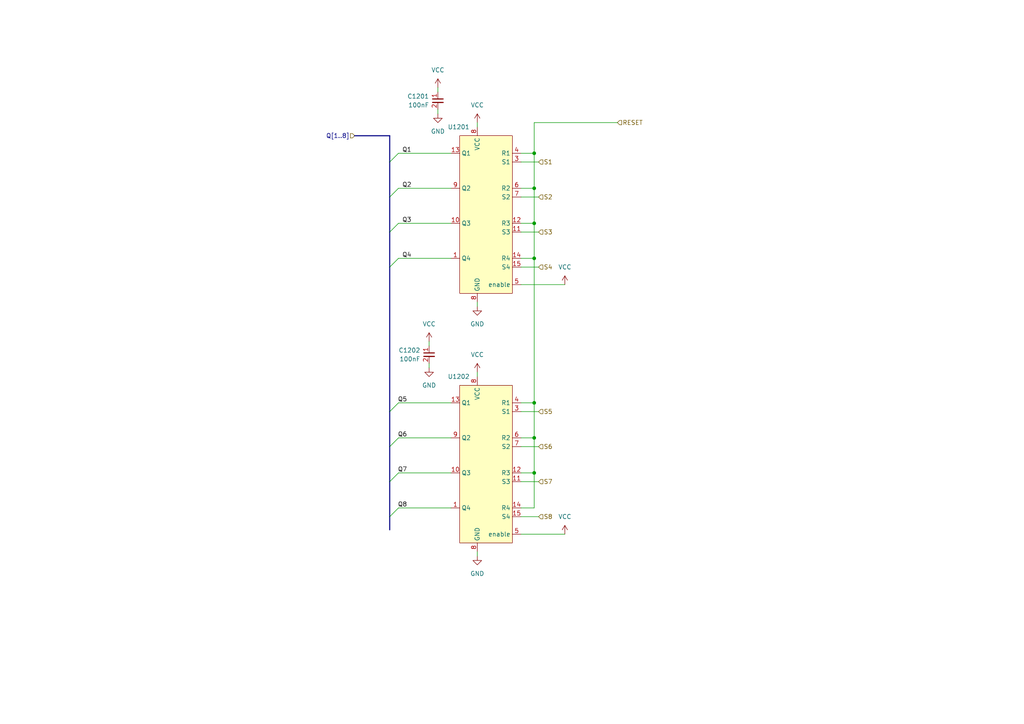
<source format=kicad_sch>
(kicad_sch (version 20231120) (generator "eeschema") (generator_version "8.0")
  (paper "A4")
  (lib_symbols
    (symbol "capacitor_miscellaneous:C_0402_100nF"
      (property "Reference" "C" (at 1.27 2.54 0))
      (property "Value" "100nF" (at 3.81 -2.54 0))
      (symbol "C_0402_100nF_0_1"
        (polyline (pts (xy -1.524 -0.508) (xy 1.524 -0.508)) (stroke (width 0.3302)))
        (polyline (pts (xy -1.524 0.508) (xy 1.524 0.508)) (stroke (width 0.3048)))
      )
      (symbol "C_0402_100nF_1_1"
        (pin passive line (at 0 2.54 270) (length 2.032) (name "~") (number "1"))
        (pin passive line (at 0 -2.54 90) (length 2.032) (name "~") (number "2"))
      )
    )
    (symbol "custom_kicad_lib_sk:CD4044BDR"
      (property "Reference" "U" (at 0 0 0))
      (symbol "CD4044BDR_1_1"
        (rectangle (start -7.62 12.7) (end 7.62 -33.02) (fill (type background)))
        (pin output line (at 10.16 -22.86 180) (length 2.54) (name "Q4") (number "1"))
        (pin output line (at 10.16 -12.7 180) (length 2.54) (name "Q3") (number "10"))
        (pin input line (at -10.16 -15.24 0) (length 2.54) (name "S3") (number "11"))
        (pin input line (at -10.16 -12.7 0) (length 2.54) (name "R3") (number "12"))
        (pin output line (at 10.16 7.62 180) (length 2.54) (name "Q1") (number "13"))
        (pin input line (at -10.16 -22.86 0) (length 2.54) (name "R4") (number "14"))
        (pin input line (at -10.16 -25.4 0) (length 2.54) (name "S4") (number "15"))
        (pin no_connect line (at 2.54 -15.24 90) (length 2.54) hide (name "NC") (number "2"))
        (pin input line (at -10.16 5.08 0) (length 2.54) (name "S1") (number "3"))
        (pin input line (at -10.16 7.62 0) (length 2.54) (name "R1") (number "4"))
        (pin input line (at -10.16 -30.48 0) (length 2.54) (name "enable") (number "5"))
        (pin input line (at -10.16 -2.54 0) (length 2.54) (name "R2") (number "6"))
        (pin input line (at -10.16 -5.08 0) (length 2.54) (name "S2") (number "7"))
        (pin power_in line (at 2.54 -35.56 90) (length 2.54) (name "GND") (number "8"))
        (pin power_in line (at 2.54 15.24 270) (length 2.54) (name "VCC") (number "8"))
        (pin output line (at 10.16 -2.54 180) (length 2.54) (name "Q2") (number "9"))
      )
    )
    (symbol "power:GND" (power) (pin_names (offset 0))
      (property "Value" "GND" (at 0 -3.81 0))
      (symbol "GND_0_1"
        (polyline (pts (xy 0 0) (xy 0 -1.27) (xy 1.27 -1.27) (xy 0 -2.54) (xy -1.27 -1.27) (xy 0 -1.27)))
      )
      (symbol "GND_1_1"
        (pin power_in line (at 0 0 270) (length 0) hide (name "GND") (number "1"))
      )
    )
    (symbol "power:VCC" (power) (pin_names (offset 0))
      (property "Value" "VCC" (at 0 3.81 0))
      (symbol "VCC_0_1"
        (polyline (pts (xy -0.762 1.27) (xy 0 2.54)))
        (polyline (pts (xy 0 0) (xy 0 2.54)))
        (polyline (pts (xy 0 2.54) (xy 0.762 1.27)))
      )
      (symbol "VCC_1_1"
        (pin power_in line (at 0 0 90) (length 0) hide (name "VCC") (number "1"))
      )
    )
  )
  (junction (at 154.94 54.61))
  (junction (at 154.94 44.45))
  (junction (at 154.94 74.93))
  (junction (at 154.94 127))
  (junction (at 154.94 116.84))
  (junction (at 154.94 64.77))
  (junction (at 154.94 137.16))
  (bus_entry (at 115.57 137.16) (size -2.54 2.54))
  (bus_entry (at 115.57 54.61) (size -2.54 2.54))
  (bus_entry (at 115.57 64.77) (size -2.54 2.54))
  (bus_entry (at 115.57 127) (size -2.54 2.54))
  (bus_entry (at 115.57 74.93) (size -2.54 2.54))
  (bus_entry (at 115.57 116.84) (size -2.54 2.54))
  (bus_entry (at 115.57 147.32) (size -2.54 2.54))
  (bus_entry (at 115.57 44.45) (size -2.54 2.54))
  (wire (pts (xy 154.94 35.56) (xy 154.94 44.45)))
  (wire (pts (xy 179.07 35.56) (xy 154.94 35.56)))
  (bus (pts (xy 113.03 77.47) (xy 113.03 119.38)))
  (wire (pts (xy 127 31.75) (xy 127 33.02)))
  (wire (pts (xy 151.13 149.86) (xy 156.21 149.86)))
  (bus (pts (xy 113.03 119.38) (xy 113.03 129.54)))
  (wire (pts (xy 138.43 107.95) (xy 138.43 109.22)))
  (bus (pts (xy 113.03 149.86) (xy 113.03 153.67)))
  (wire (pts (xy 154.94 64.77) (xy 154.94 74.93)))
  (wire (pts (xy 130.81 64.77) (xy 115.57 64.77)))
  (wire (pts (xy 130.81 137.16) (xy 115.57 137.16)))
  (wire (pts (xy 124.46 99.06) (xy 124.46 100.33)))
  (wire (pts (xy 151.13 139.7) (xy 156.21 139.7)))
  (wire (pts (xy 154.94 64.77) (xy 151.13 64.77)))
  (bus (pts (xy 113.03 67.31) (xy 113.03 77.47)))
  (bus (pts (xy 113.03 129.54) (xy 113.03 139.7)))
  (wire (pts (xy 124.46 105.41) (xy 124.46 106.68)))
  (bus (pts (xy 113.03 139.7) (xy 113.03 149.86)))
  (wire (pts (xy 154.94 147.32) (xy 151.13 147.32)))
  (wire (pts (xy 154.94 137.16) (xy 151.13 137.16)))
  (wire (pts (xy 130.81 147.32) (xy 115.57 147.32)))
  (bus (pts (xy 113.03 46.99) (xy 113.03 57.15)))
  (wire (pts (xy 154.94 127) (xy 151.13 127)))
  (wire (pts (xy 127 25.4) (xy 127 26.67)))
  (wire (pts (xy 151.13 54.61) (xy 154.94 54.61)))
  (wire (pts (xy 151.13 57.15) (xy 156.21 57.15)))
  (wire (pts (xy 151.13 44.45) (xy 154.94 44.45)))
  (wire (pts (xy 151.13 119.38) (xy 156.21 119.38)))
  (wire (pts (xy 130.81 54.61) (xy 115.57 54.61)))
  (wire (pts (xy 154.94 137.16) (xy 154.94 147.32)))
  (wire (pts (xy 130.81 74.93) (xy 115.57 74.93)))
  (wire (pts (xy 154.94 116.84) (xy 151.13 116.84)))
  (wire (pts (xy 138.43 87.63) (xy 138.43 88.9)))
  (bus (pts (xy 113.03 57.15) (xy 113.03 67.31)))
  (wire (pts (xy 154.94 74.93) (xy 151.13 74.93)))
  (wire (pts (xy 163.83 82.55) (xy 151.13 82.55)))
  (wire (pts (xy 151.13 67.31) (xy 156.21 67.31)))
  (wire (pts (xy 154.94 54.61) (xy 154.94 44.45)))
  (wire (pts (xy 154.94 127) (xy 154.94 137.16)))
  (wire (pts (xy 130.81 116.84) (xy 115.57 116.84)))
  (wire (pts (xy 151.13 77.47) (xy 156.21 77.47)))
  (wire (pts (xy 130.81 127) (xy 115.57 127)))
  (wire (pts (xy 151.13 46.99) (xy 156.21 46.99)))
  (wire (pts (xy 138.43 35.56) (xy 138.43 36.83)))
  (bus (pts (xy 113.03 39.37) (xy 113.03 46.99)))
  (wire (pts (xy 138.43 160.02) (xy 138.43 161.29)))
  (wire (pts (xy 151.13 129.54) (xy 156.21 129.54)))
  (wire (pts (xy 154.94 54.61) (xy 154.94 64.77)))
  (wire (pts (xy 163.83 154.94) (xy 151.13 154.94)))
  (wire (pts (xy 154.94 116.84) (xy 154.94 127)))
  (wire (pts (xy 130.81 44.45) (xy 115.57 44.45)))
  (wire (pts (xy 154.94 74.93) (xy 154.94 116.84)))
  (bus (pts (xy 113.03 39.37) (xy 102.87 39.37)))
  (label "Q2" (at 119.38 54.61 180))
  (label "Q7" (at 118.11 137.16 180))
  (label "Q6" (at 118.11 127 180))
  (label "Q3" (at 119.38 64.77 180))
  (label "Q4" (at 119.38 74.93 180))
  (label "Q8" (at 118.11 147.32 180))
  (label "Q5" (at 118.11 116.84 180))
  (label "Q1" (at 119.38 44.45 180))
  (hierarchical_label "S2" (shape input) (at 156.21 57.15 0))
  (hierarchical_label "S1" (shape input) (at 156.21 46.99 0))
  (hierarchical_label "S5" (shape input) (at 156.21 119.38 0))
  (hierarchical_label "S7" (shape input) (at 156.21 139.7 0))
  (hierarchical_label "Q[1..8]" (shape input) (at 102.87 39.37 180))
  (hierarchical_label "S8" (shape input) (at 156.21 149.86 0))
  (hierarchical_label "RESET" (shape input) (at 179.07 35.56 0))
  (hierarchical_label "S4" (shape input) (at 156.21 77.47 0))
  (hierarchical_label "S3" (shape input) (at 156.21 67.31 0))
  (hierarchical_label "S6" (shape input) (at 156.21 129.54 0))
  (symbol (lib_id "power:VCC") (at 163.83 82.55 0) (mirror y) (unit 1)
    (property "Reference" "#PWR0311" (effects (hide yes)))
    (property "Value" "VCC" (at 163.83 77.47 0))
    (instances (project "OS-S88n" (path "" (reference "#PWR0311") (unit 1)) (path "" (reference "#PWR01211") (unit 1))))
  )
  (symbol (lib_id "custom_kicad_lib_sk:CD4044BDR") (at 140.97 124.46 0) (mirror y) (unit 1)
    (property "Reference" "U1202" (at 136.2359 109.22 0) (effects (justify left)))
    (property "Footprint" "Package_SO:SOIC-16_3.9x9.9mm_P1.27mm" (effects (hide yes)))
    (property "Datasheet" "https://datasheet.lcsc.com/lcsc/1809051827_Texas-Instruments-CD4044BDR_C133986.pdf" (effects (hide yes)))
    (property "JLCPCB Part#" "C133986" (effects (hide yes)))
    (instances (project "OS-S88n" (path "" (reference "U1202") (unit 1)) (path "" (reference "U302") (unit 1))))
  )
  (symbol (lib_id "capacitor_miscellaneous:C_0402_100nF") (at 124.46 102.87 0) (mirror y) (unit 1)
    (property "Reference" "C1202" (at 121.92 101.6063 0) (effects (justify left)))
    (property "Value" "100nF" (at 121.92 104.1463 0) (effects (justify left)))
    (property "Footprint" "Capacitor_SMD:C_0402_1005Metric" (effects (hide yes)))
    (property "JLCPCB Part#" "C307331" (effects (hide yes)))
    (instances (project "OS-S88n" (path "" (reference "C1202") (unit 1)) (path "" (reference "C302") (unit 1))))
  )
  (symbol (lib_id "custom_kicad_lib_sk:CD4044BDR") (at 140.97 52.07 0) (mirror y) (unit 1)
    (property "Reference" "U1201" (at 136.2359 36.83 0) (effects (justify left)))
    (property "Footprint" "Package_SO:SOIC-16_3.9x9.9mm_P1.27mm" (effects (hide yes)))
    (property "Datasheet" "https://datasheet.lcsc.com/lcsc/1809051827_Texas-Instruments-CD4044BDR_C133986.pdf" (effects (hide yes)))
    (property "JLCPCB Part#" "C133986" (effects (hide yes)))
    (instances (project "OS-S88n" (path "" (reference "U1201") (unit 1)) (path "" (reference "U301") (unit 1))))
  )
  (symbol (lib_id "power:GND") (at 124.46 106.68 0) (unit 1)
    (property "Reference" "#PWR01208" (effects (hide yes)))
    (property "Value" "GND" (at 124.46 111.76 0))
    (instances (project "OS-S88n" (path "" (reference "#PWR01208") (unit 1)) (path "" (reference "#PWR0308") (unit 1))))
  )
  (symbol (lib_id "capacitor_miscellaneous:C_0402_100nF") (at 127 29.21 0) (mirror y) (unit 1)
    (property "Reference" "C1201" (at 124.46 27.9463 0) (effects (justify left)))
    (property "Value" "100nF" (at 124.46 30.4863 0) (effects (justify left)))
    (property "Footprint" "Capacitor_SMD:C_0402_1005Metric" (effects (hide yes)))
    (property "JLCPCB Part#" "C307331" (effects (hide yes)))
    (instances (project "OS-S88n" (path "" (reference "C1201") (unit 1)) (path "" (reference "C301") (unit 1))))
  )
  (symbol (lib_id "power:GND") (at 127 33.02 0) (unit 1)
    (property "Reference" "#PWR01206" (effects (hide yes)))
    (property "Value" "GND" (at 127 38.1 0))
    (instances (project "OS-S88n" (path "" (reference "#PWR01206") (unit 1)) (path "" (reference "#PWR0306") (unit 1))))
  )
  (symbol (lib_id "power:VCC") (at 138.43 107.95 0) (unit 1)
    (property "Reference" "#PWR01203" (effects (hide yes)))
    (property "Value" "VCC" (at 138.43 102.87 0))
    (instances (project "OS-S88n" (path "" (reference "#PWR01203") (unit 1)) (path "" (reference "#PWR0303") (unit 1))))
  )
  (symbol (lib_id "power:GND") (at 138.43 88.9 0) (unit 1)
    (property "Reference" "#PWR01202" (effects (hide yes)))
    (property "Value" "GND" (at 138.43 93.98 0))
    (instances (project "OS-S88n" (path "" (reference "#PWR01202") (unit 1)) (path "" (reference "#PWR0302") (unit 1))))
  )
  (symbol (lib_id "power:VCC") (at 163.83 154.94 0) (mirror y) (unit 1)
    (property "Reference" "#PWR0312" (effects (hide yes)))
    (property "Value" "VCC" (at 163.83 149.86 0))
    (instances (project "OS-S88n" (path "" (reference "#PWR0312") (unit 1)) (path "" (reference "#PWR01212") (unit 1))))
  )
  (symbol (lib_id "power:VCC") (at 138.43 35.56 0) (unit 1)
    (property "Reference" "#PWR01201" (effects (hide yes)))
    (property "Value" "VCC" (at 138.43 30.48 0))
    (instances (project "OS-S88n" (path "" (reference "#PWR01201") (unit 1)) (path "" (reference "#PWR0301") (unit 1))))
  )
  (symbol (lib_id "power:VCC") (at 127 25.4 0) (unit 1)
    (property "Reference" "#PWR01205" (effects (hide yes)))
    (property "Value" "VCC" (at 127 20.32 0))
    (instances (project "OS-S88n" (path "" (reference "#PWR01205") (unit 1)) (path "" (reference "#PWR0305") (unit 1))))
  )
  (symbol (lib_id "power:VCC") (at 124.46 99.06 0) (unit 1)
    (property "Reference" "#PWR01207" (effects (hide yes)))
    (property "Value" "VCC" (at 124.46 93.98 0))
    (instances (project "OS-S88n" (path "" (reference "#PWR01207") (unit 1)) (path "" (reference "#PWR0307") (unit 1))))
  )
  (symbol (lib_id "power:GND") (at 138.43 161.29 0) (unit 1)
    (property "Reference" "#PWR01204" (effects (hide yes)))
    (property "Value" "GND" (at 138.43 166.37 0))
    (instances (project "OS-S88n" (path "" (reference "#PWR01204") (unit 1)) (path "" (reference "#PWR0304") (unit 1))))
  )
)
</source>
